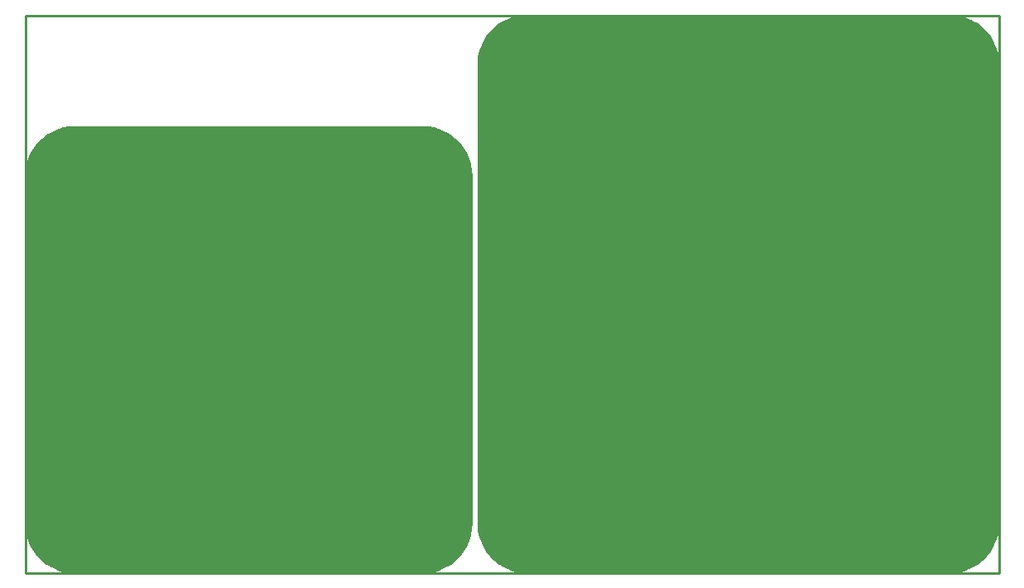
<source format=gbr>
G04 EAGLE Gerber RS-274X export*
G75*
%MOMM*%
%FSLAX34Y34*%
%LPD*%
%IN*%
%IPPOS*%
%AMOC8*
5,1,8,0,0,1.08239X$1,22.5*%
G01*
%ADD10C,0.254000*%

G36*
X946167Y-758D02*
X946167Y-758D01*
X946196Y-760D01*
X952319Y-390D01*
X952349Y-383D01*
X952410Y-378D01*
X958444Y727D01*
X958473Y738D01*
X958534Y749D01*
X964390Y2574D01*
X964418Y2588D01*
X964476Y2607D01*
X970070Y5125D01*
X970096Y5141D01*
X970152Y5167D01*
X975402Y8341D01*
X975425Y8361D01*
X975477Y8393D01*
X980306Y12176D01*
X980327Y12199D01*
X980375Y12237D01*
X984713Y16575D01*
X984730Y16600D01*
X984774Y16644D01*
X988557Y21473D01*
X988571Y21499D01*
X988609Y21549D01*
X991783Y26798D01*
X991794Y26826D01*
X991825Y26880D01*
X994343Y32474D01*
X994351Y32503D01*
X994376Y32560D01*
X996201Y38416D01*
X996205Y38446D01*
X996223Y38506D01*
X997328Y44540D01*
X997329Y44570D01*
X997340Y44631D01*
X997710Y50754D01*
X997708Y50771D01*
X997711Y50800D01*
X997711Y520700D01*
X997708Y520717D01*
X997709Y520719D01*
X997710Y520734D01*
X997709Y520738D01*
X997710Y520746D01*
X997340Y526869D01*
X997333Y526899D01*
X997328Y526960D01*
X996223Y532994D01*
X996212Y533023D01*
X996201Y533084D01*
X994376Y538940D01*
X994362Y538968D01*
X994343Y539026D01*
X991825Y544620D01*
X991809Y544646D01*
X991783Y544702D01*
X988609Y549952D01*
X988589Y549975D01*
X988557Y550027D01*
X984774Y554856D01*
X984751Y554877D01*
X984713Y554925D01*
X980375Y559263D01*
X980350Y559280D01*
X980306Y559324D01*
X975477Y563107D01*
X975451Y563121D01*
X975402Y563159D01*
X975310Y563215D01*
X974051Y563976D01*
X974050Y563976D01*
X972791Y564737D01*
X971532Y565498D01*
X970273Y566260D01*
X970152Y566333D01*
X970124Y566344D01*
X970070Y566375D01*
X964476Y568893D01*
X964447Y568901D01*
X964390Y568926D01*
X958534Y570751D01*
X958504Y570755D01*
X958444Y570773D01*
X952410Y571878D01*
X952380Y571879D01*
X952319Y571890D01*
X946196Y572260D01*
X946179Y572258D01*
X946150Y572261D01*
X514350Y572261D01*
X514333Y572258D01*
X514304Y572260D01*
X508181Y571890D01*
X508151Y571883D01*
X508090Y571878D01*
X502056Y570773D01*
X502027Y570762D01*
X501966Y570751D01*
X496110Y568926D01*
X496082Y568912D01*
X496024Y568893D01*
X490430Y566375D01*
X490404Y566359D01*
X490348Y566333D01*
X485099Y563159D01*
X485075Y563139D01*
X485023Y563107D01*
X480194Y559324D01*
X480173Y559301D01*
X480125Y559263D01*
X475787Y554925D01*
X475770Y554900D01*
X475726Y554856D01*
X471943Y550027D01*
X471929Y550001D01*
X471891Y549952D01*
X468717Y544702D01*
X468706Y544674D01*
X468675Y544620D01*
X466157Y539026D01*
X466149Y538997D01*
X466124Y538940D01*
X464299Y533084D01*
X464299Y533081D01*
X464299Y533080D01*
X464298Y533070D01*
X464295Y533054D01*
X464277Y532994D01*
X463172Y526960D01*
X463171Y526930D01*
X463161Y526869D01*
X462790Y520746D01*
X462792Y520729D01*
X462789Y520700D01*
X462789Y50800D01*
X462792Y50783D01*
X462790Y50754D01*
X463161Y44631D01*
X463167Y44601D01*
X463172Y44540D01*
X464277Y38506D01*
X464288Y38477D01*
X464299Y38416D01*
X466124Y32560D01*
X466138Y32532D01*
X466157Y32474D01*
X468675Y26880D01*
X468691Y26854D01*
X468717Y26798D01*
X471891Y21549D01*
X471911Y21525D01*
X471943Y21473D01*
X475726Y16644D01*
X475749Y16623D01*
X475787Y16575D01*
X480125Y12237D01*
X480150Y12220D01*
X480194Y12176D01*
X485023Y8393D01*
X485049Y8379D01*
X485099Y8341D01*
X486121Y7723D01*
X487380Y6962D01*
X488639Y6201D01*
X488639Y6200D01*
X488640Y6200D01*
X489899Y5439D01*
X490348Y5167D01*
X490376Y5156D01*
X490430Y5125D01*
X496024Y2607D01*
X496053Y2599D01*
X496110Y2574D01*
X501966Y749D01*
X501996Y745D01*
X502056Y727D01*
X508090Y-378D01*
X508120Y-379D01*
X508181Y-390D01*
X514304Y-760D01*
X514321Y-758D01*
X514350Y-761D01*
X946150Y-761D01*
X946167Y-758D01*
G37*
G36*
X406417Y-758D02*
X406417Y-758D01*
X406446Y-760D01*
X412569Y-390D01*
X412599Y-383D01*
X412660Y-378D01*
X418694Y727D01*
X418723Y738D01*
X418784Y749D01*
X424640Y2574D01*
X424668Y2588D01*
X424726Y2607D01*
X430320Y5125D01*
X430346Y5141D01*
X430402Y5167D01*
X435652Y8341D01*
X435675Y8361D01*
X435727Y8393D01*
X440556Y12176D01*
X440577Y12199D01*
X440625Y12237D01*
X444963Y16575D01*
X444980Y16600D01*
X445024Y16644D01*
X448807Y21473D01*
X448821Y21499D01*
X448859Y21549D01*
X452033Y26798D01*
X452044Y26826D01*
X452075Y26880D01*
X454593Y32474D01*
X454601Y32503D01*
X454626Y32560D01*
X456451Y38416D01*
X456455Y38446D01*
X456473Y38506D01*
X457578Y44540D01*
X457579Y44570D01*
X457590Y44631D01*
X457960Y50754D01*
X457958Y50771D01*
X457961Y50800D01*
X457961Y406400D01*
X457958Y406417D01*
X457960Y406446D01*
X457590Y412569D01*
X457583Y412599D01*
X457578Y412660D01*
X456473Y418694D01*
X456462Y418723D01*
X456451Y418784D01*
X454626Y424640D01*
X454612Y424668D01*
X454593Y424726D01*
X452075Y430320D01*
X452059Y430346D01*
X452033Y430402D01*
X448859Y435652D01*
X448839Y435675D01*
X448807Y435727D01*
X445024Y440556D01*
X445001Y440577D01*
X444963Y440625D01*
X440625Y444963D01*
X440600Y444980D01*
X440556Y445024D01*
X435727Y448807D01*
X435701Y448821D01*
X435652Y448859D01*
X435374Y449027D01*
X435373Y449027D01*
X434114Y449788D01*
X432855Y450550D01*
X431596Y451311D01*
X430402Y452033D01*
X430374Y452044D01*
X430320Y452075D01*
X424726Y454593D01*
X424697Y454601D01*
X424640Y454626D01*
X418784Y456451D01*
X418754Y456455D01*
X418694Y456473D01*
X412660Y457578D01*
X412630Y457579D01*
X412569Y457590D01*
X406446Y457960D01*
X406429Y457958D01*
X406400Y457961D01*
X50800Y457961D01*
X50783Y457958D01*
X50754Y457960D01*
X44631Y457590D01*
X44601Y457583D01*
X44540Y457578D01*
X38506Y456473D01*
X38477Y456462D01*
X38416Y456451D01*
X32560Y454626D01*
X32532Y454612D01*
X32474Y454593D01*
X26880Y452075D01*
X26854Y452059D01*
X26798Y452033D01*
X21549Y448859D01*
X21525Y448839D01*
X21473Y448807D01*
X16644Y445024D01*
X16623Y445001D01*
X16575Y444963D01*
X12237Y440625D01*
X12220Y440600D01*
X12176Y440556D01*
X8393Y435727D01*
X8379Y435701D01*
X8341Y435652D01*
X5167Y430402D01*
X5156Y430374D01*
X5125Y430320D01*
X2607Y424726D01*
X2599Y424697D01*
X2574Y424640D01*
X749Y418784D01*
X745Y418754D01*
X727Y418694D01*
X-378Y412660D01*
X-379Y412630D01*
X-390Y412569D01*
X-760Y406446D01*
X-758Y406429D01*
X-761Y406400D01*
X-761Y50800D01*
X-758Y50783D01*
X-760Y50754D01*
X-390Y44631D01*
X-383Y44601D01*
X-378Y44540D01*
X727Y38506D01*
X738Y38477D01*
X749Y38416D01*
X2574Y32560D01*
X2588Y32532D01*
X2607Y32474D01*
X5125Y26880D01*
X5141Y26854D01*
X5167Y26798D01*
X8341Y21549D01*
X8361Y21525D01*
X8393Y21473D01*
X12176Y16644D01*
X12199Y16623D01*
X12237Y16575D01*
X16575Y12237D01*
X16600Y12220D01*
X16644Y12176D01*
X21473Y8393D01*
X21499Y8379D01*
X21549Y8341D01*
X22571Y7723D01*
X23830Y6962D01*
X25089Y6201D01*
X25089Y6200D01*
X25090Y6200D01*
X26349Y5439D01*
X26798Y5167D01*
X26826Y5156D01*
X26880Y5125D01*
X32474Y2607D01*
X32503Y2599D01*
X32560Y2574D01*
X38416Y749D01*
X38446Y745D01*
X38506Y727D01*
X44540Y-378D01*
X44570Y-379D01*
X44631Y-390D01*
X50754Y-760D01*
X50771Y-758D01*
X50800Y-761D01*
X406400Y-761D01*
X406417Y-758D01*
G37*
D10*
X0Y0D02*
X996950Y0D01*
X996950Y571500D01*
X0Y571500D01*
X0Y0D01*
M02*

</source>
